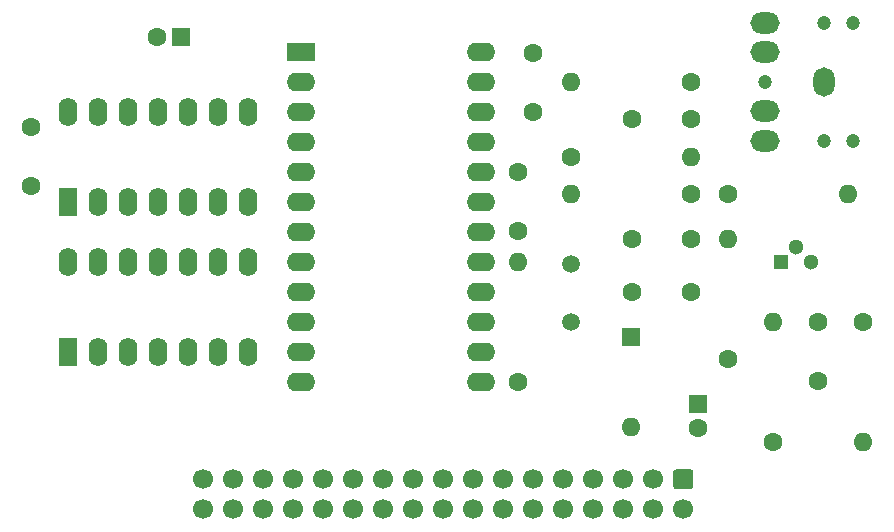
<source format=gbs>
%TF.GenerationSoftware,KiCad,Pcbnew,(5.1.10)-1*%
%TF.CreationDate,2022-01-30T13:18:58+01:00*%
%TF.ProjectId,MEA8000,4d454138-3030-4302-9e6b-696361645f70,1.0*%
%TF.SameCoordinates,PX6d01460PY60e4b00*%
%TF.FileFunction,Soldermask,Bot*%
%TF.FilePolarity,Negative*%
%FSLAX46Y46*%
G04 Gerber Fmt 4.6, Leading zero omitted, Abs format (unit mm)*
G04 Created by KiCad (PCBNEW (5.1.10)-1) date 2022-01-30 13:18:58*
%MOMM*%
%LPD*%
G01*
G04 APERTURE LIST*
%ADD10O,2.400000X1.600000*%
%ADD11R,2.400000X1.600000*%
%ADD12C,1.500000*%
%ADD13O,1.600000X2.400000*%
%ADD14R,1.600000X2.400000*%
%ADD15O,1.600000X1.600000*%
%ADD16C,1.600000*%
%ADD17C,1.700000*%
%ADD18R,1.600000X1.600000*%
%ADD19C,1.200000*%
%ADD20O,2.500000X1.800000*%
%ADD21O,1.800000X2.500000*%
%ADD22R,1.300000X1.300000*%
%ADD23C,1.300000*%
G04 APERTURE END LIST*
D10*
%TO.C,U3*%
X41275000Y41910000D03*
X26035000Y13970000D03*
X41275000Y39370000D03*
X26035000Y16510000D03*
X41275000Y36830000D03*
X26035000Y19050000D03*
X41275000Y34290000D03*
X26035000Y21590000D03*
X41275000Y31750000D03*
X26035000Y24130000D03*
X41275000Y29210000D03*
X26035000Y26670000D03*
X41275000Y26670000D03*
X26035000Y29210000D03*
X41275000Y24130000D03*
X26035000Y31750000D03*
X41275000Y21590000D03*
X26035000Y34290000D03*
X41275000Y19050000D03*
X26035000Y36830000D03*
X41275000Y16510000D03*
X26035000Y39370000D03*
X41275000Y13970000D03*
D11*
X26035000Y41910000D03*
%TD*%
D12*
%TO.C,Y1*%
X48895000Y23930000D03*
X48895000Y19050000D03*
%TD*%
D13*
%TO.C,U1*%
X6350000Y36830000D03*
X21590000Y29210000D03*
X8890000Y36830000D03*
X19050000Y29210000D03*
X11430000Y36830000D03*
X16510000Y29210000D03*
X13970000Y36830000D03*
X13970000Y29210000D03*
X16510000Y36830000D03*
X11430000Y29210000D03*
X19050000Y36830000D03*
X8890000Y29210000D03*
X21590000Y36830000D03*
D14*
X6350000Y29210000D03*
%TD*%
D15*
%TO.C,R1*%
X44450000Y24130000D03*
D16*
X44450000Y13970000D03*
%TD*%
D17*
%TO.C,J1*%
X17780000Y3175000D03*
X20320000Y3175000D03*
X22860000Y3175000D03*
X25400000Y3175000D03*
X27940000Y3175000D03*
X30480000Y3175000D03*
X33020000Y3175000D03*
X35560000Y3175000D03*
X38100000Y3175000D03*
X40640000Y3175000D03*
X43180000Y3175000D03*
X45720000Y3175000D03*
X48260000Y3175000D03*
X50800000Y3175000D03*
X53340000Y3175000D03*
X55880000Y3175000D03*
X58420000Y3175000D03*
X17780000Y5715000D03*
X20320000Y5715000D03*
X22860000Y5715000D03*
X25400000Y5715000D03*
X27940000Y5715000D03*
X30480000Y5715000D03*
X33020000Y5715000D03*
X35560000Y5715000D03*
X38100000Y5715000D03*
X40640000Y5715000D03*
X43180000Y5715000D03*
X45720000Y5715000D03*
X48260000Y5715000D03*
X50800000Y5715000D03*
X53340000Y5715000D03*
X55880000Y5715000D03*
G36*
G01*
X57820000Y6565000D02*
X59020000Y6565000D01*
G75*
G02*
X59270000Y6315000I0J-250000D01*
G01*
X59270000Y5115000D01*
G75*
G02*
X59020000Y4865000I-250000J0D01*
G01*
X57820000Y4865000D01*
G75*
G02*
X57570000Y5115000I0J250000D01*
G01*
X57570000Y6315000D01*
G75*
G02*
X57820000Y6565000I250000J0D01*
G01*
G37*
%TD*%
D15*
%TO.C,D1*%
X53975000Y10160000D03*
D18*
X53975000Y17780000D03*
%TD*%
D16*
%TO.C,C3*%
X44450000Y26750000D03*
X44450000Y31750000D03*
%TD*%
D19*
%TO.C,J2*%
X70310000Y34370000D03*
X70310000Y44370000D03*
X72810000Y44370000D03*
X72810000Y34370000D03*
X65310000Y39370000D03*
D20*
X65310000Y36870000D03*
X65310000Y34370000D03*
X65310000Y41870000D03*
X65310000Y44370000D03*
D21*
X70310000Y39370000D03*
%TD*%
D16*
%TO.C,C2*%
X54055000Y21590000D03*
X59055000Y21590000D03*
%TD*%
%TO.C,C1*%
X3175000Y35560000D03*
X3175000Y30560000D03*
%TD*%
D22*
%TO.C,Q1*%
X66675000Y24130000D03*
D23*
X69215000Y24130000D03*
X67945000Y25400000D03*
%TD*%
D13*
%TO.C,U2*%
X6350000Y24130000D03*
X21590000Y16510000D03*
X8890000Y24130000D03*
X19050000Y16510000D03*
X11430000Y24130000D03*
X16510000Y16510000D03*
X13970000Y24130000D03*
X13970000Y16510000D03*
X16510000Y24130000D03*
X11430000Y16510000D03*
X19050000Y24130000D03*
X8890000Y16510000D03*
X21590000Y24130000D03*
D14*
X6350000Y16510000D03*
%TD*%
D15*
%TO.C,R6*%
X72390000Y29845000D03*
D16*
X62230000Y29845000D03*
%TD*%
D15*
%TO.C,R8*%
X48895000Y39370000D03*
D16*
X59055000Y39370000D03*
%TD*%
D15*
%TO.C,R7*%
X73660000Y8890000D03*
D16*
X73660000Y19050000D03*
%TD*%
D15*
%TO.C,R4*%
X59055000Y33020000D03*
D16*
X48895000Y33020000D03*
%TD*%
D15*
%TO.C,R3*%
X62230000Y26035000D03*
D16*
X62230000Y15875000D03*
%TD*%
D15*
%TO.C,R2*%
X48895000Y29845000D03*
D16*
X59055000Y29845000D03*
%TD*%
D15*
%TO.C,R5*%
X66040000Y19050000D03*
D16*
X66040000Y8890000D03*
%TD*%
%TO.C,C8*%
X59690000Y10065000D03*
D18*
X59690000Y12065000D03*
%TD*%
D16*
%TO.C,C6*%
X69850000Y14050000D03*
X69850000Y19050000D03*
%TD*%
%TO.C,C9*%
X45720000Y36830000D03*
X45720000Y41830000D03*
%TD*%
%TO.C,C5*%
X54055000Y36195000D03*
X59055000Y36195000D03*
%TD*%
%TO.C,C4*%
X54055000Y26035000D03*
X59055000Y26035000D03*
%TD*%
%TO.C,C7*%
X13875000Y43180000D03*
D18*
X15875000Y43180000D03*
%TD*%
M02*

</source>
